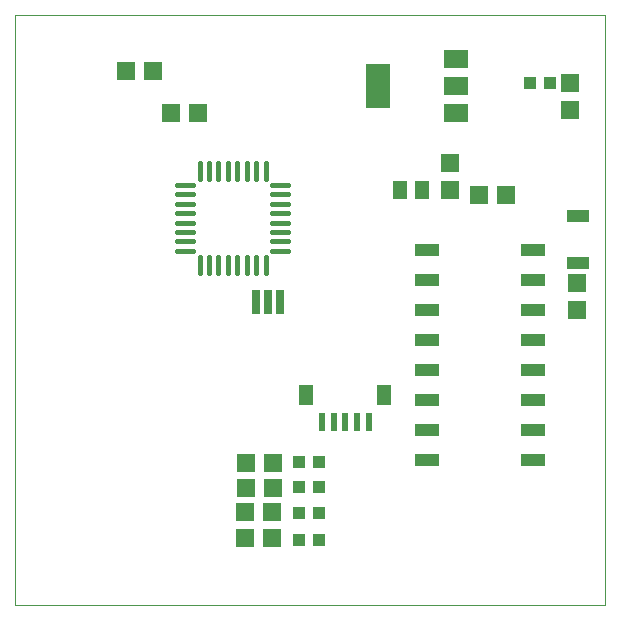
<source format=gtp>
G75*
G70*
%OFA0B0*%
%FSLAX24Y24*%
%IPPOS*%
%LPD*%
%AMOC8*
5,1,8,0,0,1.08239X$1,22.5*
%
%ADD10C,0.0000*%
%ADD11C,0.0170*%
%ADD12R,0.0600X0.0600*%
%ADD13R,0.0276X0.0787*%
%ADD14R,0.0780X0.0400*%
%ADD15R,0.0800X0.0600*%
%ADD16R,0.0800X0.1500*%
%ADD17R,0.0472X0.0709*%
%ADD18R,0.0236X0.0610*%
%ADD19R,0.0433X0.0394*%
%ADD20R,0.0790X0.0430*%
%ADD21R,0.0512X0.0630*%
D10*
X000353Y000635D02*
X000353Y020320D01*
X020038Y020320D01*
X020038Y000635D01*
X000353Y000635D01*
D11*
X006512Y011705D02*
X006512Y012235D01*
X006827Y012235D02*
X006827Y011705D01*
X007142Y011705D02*
X007142Y012235D01*
X007457Y012235D02*
X007457Y011705D01*
X007771Y011705D02*
X007771Y012235D01*
X008086Y012235D02*
X008086Y011705D01*
X008401Y011705D02*
X008401Y012235D01*
X008716Y012235D02*
X008716Y011705D01*
X008927Y012440D02*
X009457Y012440D01*
X009457Y012760D02*
X008927Y012760D01*
X008927Y013070D02*
X009457Y013070D01*
X009457Y013390D02*
X008927Y013390D01*
X008927Y013700D02*
X009457Y013700D01*
X009457Y014010D02*
X008927Y014010D01*
X008927Y014330D02*
X009457Y014330D01*
X009461Y014648D02*
X008931Y014648D01*
X008712Y014855D02*
X008712Y015385D01*
X008401Y015383D02*
X008401Y014853D01*
X008086Y014853D02*
X008086Y015383D01*
X007771Y015383D02*
X007771Y014853D01*
X007457Y014853D02*
X007457Y015383D01*
X007142Y015383D02*
X007142Y014853D01*
X006827Y014853D02*
X006827Y015383D01*
X006512Y015383D02*
X006512Y014853D01*
X006307Y014650D02*
X005777Y014650D01*
X005777Y014330D02*
X006307Y014330D01*
X006307Y014010D02*
X005777Y014010D01*
X005777Y013700D02*
X006307Y013700D01*
X006307Y013390D02*
X005777Y013390D01*
X005777Y013070D02*
X006307Y013070D01*
X006307Y012760D02*
X005777Y012760D01*
X005777Y012440D02*
X006307Y012440D01*
D12*
X006465Y017037D03*
X005565Y017037D03*
X004954Y018434D03*
X004054Y018434D03*
X014876Y015377D03*
X014876Y014477D03*
X015841Y014300D03*
X016741Y014300D03*
X018865Y017159D03*
X018865Y018059D03*
X019109Y011370D03*
X019109Y010470D03*
X008957Y005391D03*
X008957Y004556D03*
X008938Y003737D03*
X008057Y004556D03*
X008038Y003737D03*
X008038Y002871D03*
X008938Y002871D03*
X008057Y005391D03*
D13*
X008404Y010745D03*
X008798Y010745D03*
X009191Y010745D03*
D14*
X019136Y012037D03*
X019136Y013612D03*
D15*
X015061Y017044D03*
X015061Y017944D03*
X015061Y018844D03*
D16*
X012461Y017944D03*
D17*
X012674Y007627D03*
X010075Y007627D03*
D18*
X010587Y006751D03*
X010981Y006751D03*
X011374Y006751D03*
X011768Y006751D03*
X012162Y006751D03*
D19*
X010502Y005395D03*
X009833Y005395D03*
X009837Y004560D03*
X010506Y004560D03*
X010498Y003702D03*
X009829Y003702D03*
X009825Y002816D03*
X010494Y002816D03*
X017538Y018044D03*
X018207Y018044D03*
D20*
X017635Y012479D03*
X017635Y011479D03*
X017635Y010479D03*
X017635Y009479D03*
X017635Y008479D03*
X017635Y007479D03*
X017635Y006479D03*
X017635Y005479D03*
X014095Y005479D03*
X014095Y006479D03*
X014095Y007479D03*
X014095Y008479D03*
X014095Y009479D03*
X014095Y010479D03*
X014095Y011479D03*
X014095Y012479D03*
D21*
X013943Y014481D03*
X013195Y014481D03*
M02*

</source>
